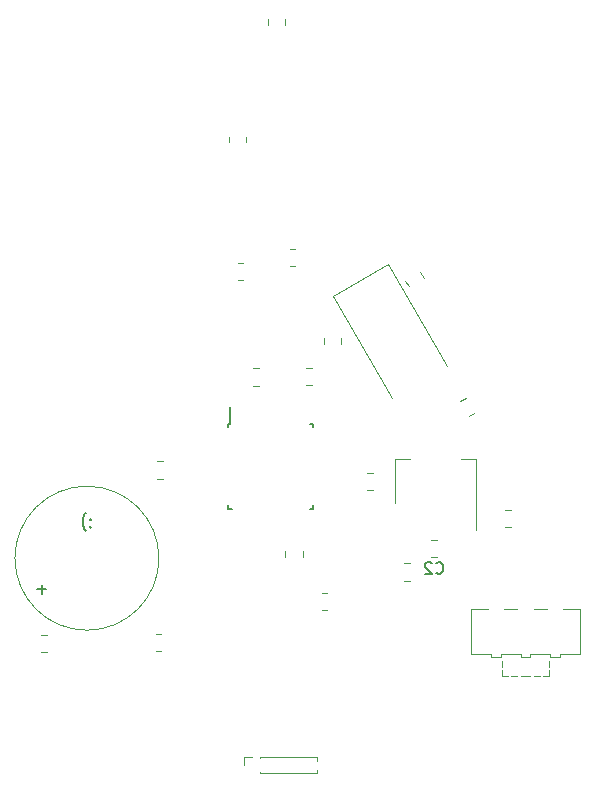
<source format=gbr>
%TF.GenerationSoftware,KiCad,Pcbnew,(5.1.10)-1*%
%TF.CreationDate,2021-11-13T13:20:07-05:00*%
%TF.ProjectId,Electronics Club,456c6563-7472-46f6-9e69-637320436c75,rev?*%
%TF.SameCoordinates,Original*%
%TF.FileFunction,Legend,Bot*%
%TF.FilePolarity,Positive*%
%FSLAX46Y46*%
G04 Gerber Fmt 4.6, Leading zero omitted, Abs format (unit mm)*
G04 Created by KiCad (PCBNEW (5.1.10)-1) date 2021-11-13 13:20:07*
%MOMM*%
%LPD*%
G01*
G04 APERTURE LIST*
%ADD10C,0.150000*%
%ADD11C,0.120000*%
G04 APERTURE END LIST*
D10*
X166300114Y-106627561D02*
X166300114Y-106675180D01*
X166347733Y-106770419D01*
X166395352Y-106818038D01*
X166347733Y-106056133D02*
X166300114Y-106103752D01*
X166347733Y-106151371D01*
X166395352Y-106103752D01*
X166347733Y-106056133D01*
X166347733Y-106151371D01*
X165966780Y-107056133D02*
X165919161Y-107008514D01*
X165823923Y-106865657D01*
X165776304Y-106770419D01*
X165728685Y-106627561D01*
X165681066Y-106389466D01*
X165681066Y-106198990D01*
X165728685Y-105960895D01*
X165776304Y-105818038D01*
X165823923Y-105722800D01*
X165919161Y-105579942D01*
X165966780Y-105532323D01*
D11*
%TO.C,BZ1*%
X172155200Y-109372400D02*
G75*
G03*
X172155200Y-109372400I-6100000J0D01*
G01*
%TO.C,C1*%
X201966552Y-106754600D02*
X201444048Y-106754600D01*
X201966552Y-105284600D02*
X201444048Y-105284600D01*
%TO.C,C2*%
X195195648Y-109294600D02*
X195718152Y-109294600D01*
X195195648Y-107824600D02*
X195718152Y-107824600D01*
%TO.C,C3*%
X184574548Y-93270400D02*
X185097052Y-93270400D01*
X184574548Y-94740400D02*
X185097052Y-94740400D01*
%TO.C,C4*%
X182856200Y-108784848D02*
X182856200Y-109307352D01*
X184326200Y-108784848D02*
X184326200Y-109307352D01*
%TO.C,C5*%
X180630552Y-94765800D02*
X180108048Y-94765800D01*
X180630552Y-93295800D02*
X180108048Y-93295800D01*
%TO.C,C6*%
X194558405Y-85625050D02*
X194297153Y-85172548D01*
X193285347Y-86360050D02*
X193024095Y-85907548D01*
%TO.C,C7*%
X198134350Y-95788995D02*
X197681848Y-96050247D01*
X198869350Y-97062053D02*
X198416848Y-97323305D01*
%TO.C,J1*%
X185557600Y-126203400D02*
X185557600Y-126503907D01*
X185557600Y-127292893D02*
X185557600Y-127593400D01*
X180682600Y-126203400D02*
X185557600Y-126203400D01*
X180682600Y-127593400D02*
X185557600Y-127593400D01*
X180682600Y-126203400D02*
X180682600Y-126290124D01*
X180682600Y-127506676D02*
X180682600Y-127593400D01*
X179997600Y-126203400D02*
X179312600Y-126203400D01*
X179312600Y-126203400D02*
X179312600Y-126898400D01*
%TO.C,R1*%
X182853000Y-64200264D02*
X182853000Y-63746136D01*
X181383000Y-64200264D02*
X181383000Y-63746136D01*
%TO.C,R2*%
X162634664Y-117321000D02*
X162180536Y-117321000D01*
X162634664Y-115851000D02*
X162180536Y-115851000D01*
%TO.C,R3*%
X179297064Y-84355000D02*
X178842936Y-84355000D01*
X179297064Y-85825000D02*
X178842936Y-85825000D01*
%TO.C,R4*%
X189780936Y-102135000D02*
X190235064Y-102135000D01*
X189780936Y-103605000D02*
X190235064Y-103605000D01*
%TO.C,R5*%
X187577400Y-91225864D02*
X187577400Y-90771736D01*
X186107400Y-91225864D02*
X186107400Y-90771736D01*
%TO.C,R6*%
X192930536Y-109805800D02*
X193384664Y-109805800D01*
X192930536Y-111275800D02*
X193384664Y-111275800D01*
%TO.C,R7*%
X172473864Y-101169800D02*
X172019736Y-101169800D01*
X172473864Y-102639800D02*
X172019736Y-102639800D01*
%TO.C,R8*%
X178081000Y-74125064D02*
X178081000Y-73670936D01*
X179551000Y-74125064D02*
X179551000Y-73670936D01*
%TO.C,R9*%
X183246536Y-84656600D02*
X183700664Y-84656600D01*
X183246536Y-83186600D02*
X183700664Y-83186600D01*
%TO.C,R10*%
X186409064Y-113765000D02*
X185954936Y-113765000D01*
X186409064Y-112295000D02*
X185954936Y-112295000D01*
%TO.C,R11*%
X172353464Y-115800200D02*
X171899336Y-115800200D01*
X172353464Y-117270200D02*
X171899336Y-117270200D01*
%TO.C,SW1*%
X200000000Y-113670000D02*
X198600000Y-113670000D01*
X198600000Y-113670000D02*
X198600000Y-117470000D01*
X207800000Y-117470000D02*
X207800000Y-113670000D01*
X207800000Y-113670000D02*
X206400000Y-113670000D01*
X201400000Y-113670000D02*
X202500000Y-113670000D01*
X202500000Y-113670000D02*
X202500000Y-113670000D01*
X203900000Y-113670000D02*
X205000000Y-113670000D01*
X205000000Y-113670000D02*
X205000000Y-113670000D01*
X198600000Y-117470000D02*
X200300000Y-117470000D01*
X200300000Y-117470000D02*
X200300000Y-117770000D01*
X200300000Y-117770000D02*
X201100000Y-117770000D01*
X201100000Y-117770000D02*
X201100000Y-117470000D01*
X201100000Y-117470000D02*
X202800000Y-117470000D01*
X202800000Y-117470000D02*
X202800000Y-117770000D01*
X202800000Y-117770000D02*
X203600000Y-117770000D01*
X203600000Y-117770000D02*
X203600000Y-117470000D01*
X203600000Y-117470000D02*
X205300000Y-117470000D01*
X205300000Y-117470000D02*
X205300000Y-117770000D01*
X205300000Y-117770000D02*
X206100000Y-117770000D01*
X206100000Y-117770000D02*
X206100000Y-117470000D01*
X206100000Y-117470000D02*
X207800000Y-117470000D01*
X207800000Y-117470000D02*
X207800000Y-117470000D01*
X205200000Y-119370000D02*
X205200000Y-118870000D01*
X205200000Y-118870000D02*
X205200000Y-118870000D01*
X205200000Y-119370000D02*
X204700000Y-119370000D01*
X204700000Y-119370000D02*
X204700000Y-119370000D01*
X201200000Y-119370000D02*
X201700000Y-119370000D01*
X201700000Y-119370000D02*
X201700000Y-119370000D01*
X201200000Y-119370000D02*
X201200000Y-118870000D01*
X201200000Y-118870000D02*
X201200000Y-118870000D01*
X201200000Y-118570000D02*
X201200000Y-118070000D01*
X201200000Y-118070000D02*
X201200000Y-118070000D01*
X205200000Y-118570000D02*
X205200000Y-118070000D01*
X205200000Y-118070000D02*
X205200000Y-118070000D01*
X204400000Y-119370000D02*
X203900000Y-119370000D01*
X203900000Y-119370000D02*
X203900000Y-119370000D01*
X202000000Y-119370000D02*
X202500000Y-119370000D01*
X202500000Y-119370000D02*
X202500000Y-119370000D01*
X202800000Y-119370000D02*
X203600000Y-119370000D01*
X203600000Y-119370000D02*
X203600000Y-119370000D01*
%TO.C,U2*%
X192170000Y-100960000D02*
X193430000Y-100960000D01*
X198990000Y-100960000D02*
X197730000Y-100960000D01*
X192170000Y-104720000D02*
X192170000Y-100960000D01*
X198990000Y-106970000D02*
X198990000Y-100960000D01*
D10*
%TO.C,U3*%
X177985000Y-97975000D02*
X178210000Y-97975000D01*
X177985000Y-105225000D02*
X178310000Y-105225000D01*
X185235000Y-105225000D02*
X184910000Y-105225000D01*
X185235000Y-97975000D02*
X184910000Y-97975000D01*
X177985000Y-97975000D02*
X177985000Y-98300000D01*
X185235000Y-97975000D02*
X185235000Y-98300000D01*
X185235000Y-105225000D02*
X185235000Y-104900000D01*
X177985000Y-105225000D02*
X177985000Y-104900000D01*
X178210000Y-97975000D02*
X178210000Y-96550000D01*
D11*
%TO.C,Y1*%
X191895131Y-95830501D02*
X186895131Y-87170247D01*
X186895131Y-87170247D02*
X191571669Y-84470247D01*
X191571669Y-84470247D02*
X196571669Y-93130501D01*
%TO.C,BZ1*%
D10*
X162626152Y-111983828D02*
X161864247Y-111983828D01*
X162245200Y-112364780D02*
X162245200Y-111602876D01*
%TO.C,C2*%
X195623566Y-110596742D02*
X195671185Y-110644361D01*
X195814042Y-110691980D01*
X195909280Y-110691980D01*
X196052138Y-110644361D01*
X196147376Y-110549123D01*
X196194995Y-110453885D01*
X196242614Y-110263409D01*
X196242614Y-110120552D01*
X196194995Y-109930076D01*
X196147376Y-109834838D01*
X196052138Y-109739600D01*
X195909280Y-109691980D01*
X195814042Y-109691980D01*
X195671185Y-109739600D01*
X195623566Y-109787219D01*
X195242614Y-109787219D02*
X195194995Y-109739600D01*
X195099757Y-109691980D01*
X194861661Y-109691980D01*
X194766423Y-109739600D01*
X194718804Y-109787219D01*
X194671185Y-109882457D01*
X194671185Y-109977695D01*
X194718804Y-110120552D01*
X195290233Y-110691980D01*
X194671185Y-110691980D01*
%TD*%
M02*

</source>
